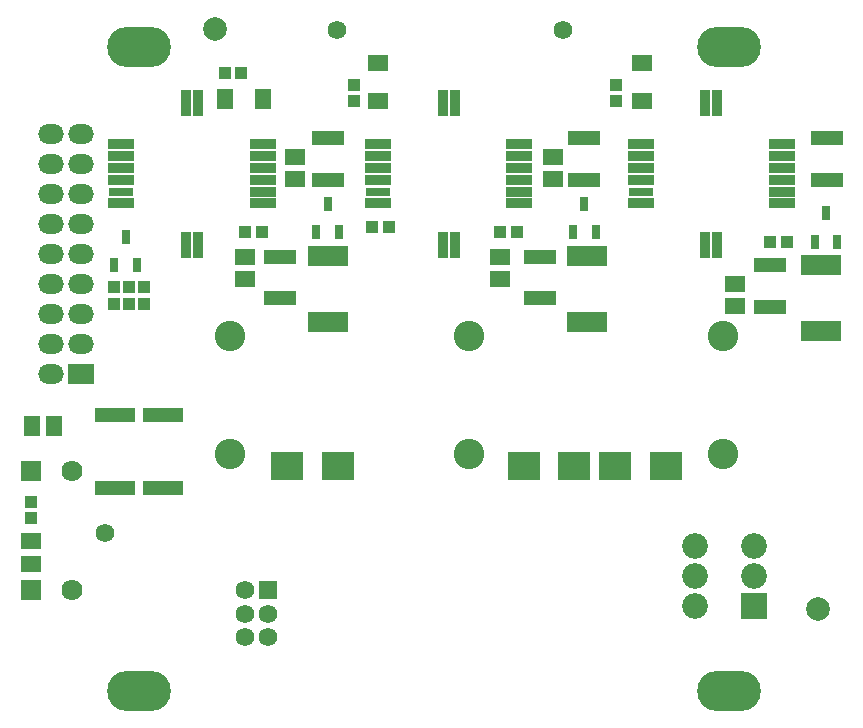
<source format=gts>
G04 Layer_Color=8388736*
%FSLAX44Y44*%
%MOMM*%
G71*
G01*
G75*
%ADD59R,1.6800X1.4800*%
%ADD60R,1.0300X1.0300*%
%ADD61R,0.8300X2.1800*%
%ADD62R,2.1800X0.8300*%
%ADD63R,2.1500X0.8000*%
%ADD64C,2.0000*%
%ADD65R,2.6800X2.4800*%
%ADD66R,0.7800X1.1800*%
%ADD67R,1.0300X1.0300*%
%ADD68R,3.4800X1.1800*%
%ADD69R,1.7800X1.3800*%
%ADD70R,2.7800X1.2800*%
%ADD71R,1.3800X1.7800*%
%ADD72R,3.3800X1.7800*%
%ADD73R,1.4800X1.6800*%
%ADD74C,1.5800*%
%ADD75R,2.1800X1.6800*%
%ADD76O,2.1800X1.6800*%
%ADD77C,2.5800*%
%ADD78C,2.1800*%
%ADD79R,2.1800X2.1800*%
%ADD80C,1.7800*%
%ADD81R,1.7800X1.7800*%
%ADD82O,5.4000X3.4000*%
%ADD83R,1.5800X1.5800*%
D59*
X-46000Y161500D02*
D03*
Y142500D02*
D03*
X396157Y487000D02*
D03*
Y468000D02*
D03*
X550000Y360500D02*
D03*
Y379500D02*
D03*
X351000Y383500D02*
D03*
Y402500D02*
D03*
X135500Y383500D02*
D03*
Y402500D02*
D03*
X177500Y487000D02*
D03*
Y468000D02*
D03*
D60*
X-46000Y195000D02*
D03*
Y181000D02*
D03*
X449000Y548000D02*
D03*
Y534000D02*
D03*
X227500Y548000D02*
D03*
Y534000D02*
D03*
X49500Y376500D02*
D03*
Y362500D02*
D03*
X24500Y376500D02*
D03*
Y362500D02*
D03*
X37000Y362500D02*
D03*
Y376500D02*
D03*
D61*
X525000Y532500D02*
D03*
X535000Y412500D02*
D03*
X525000D02*
D03*
X535000Y532500D02*
D03*
X312500D02*
D03*
X302500Y412500D02*
D03*
X312500D02*
D03*
X302500Y532500D02*
D03*
X85000Y532500D02*
D03*
X95000Y412500D02*
D03*
X85000D02*
D03*
X95000Y532500D02*
D03*
D62*
X470000Y497500D02*
D03*
Y487500D02*
D03*
Y477500D02*
D03*
Y467500D02*
D03*
Y447500D02*
D03*
X590000D02*
D03*
Y457500D02*
D03*
Y467500D02*
D03*
Y477500D02*
D03*
Y487500D02*
D03*
Y497500D02*
D03*
X367500D02*
D03*
Y487500D02*
D03*
Y477500D02*
D03*
Y467500D02*
D03*
Y457500D02*
D03*
Y447500D02*
D03*
X247500D02*
D03*
Y467500D02*
D03*
Y477500D02*
D03*
Y487500D02*
D03*
Y497500D02*
D03*
X30000Y497500D02*
D03*
Y487500D02*
D03*
Y477500D02*
D03*
Y467500D02*
D03*
Y447500D02*
D03*
X150000D02*
D03*
Y457500D02*
D03*
Y467500D02*
D03*
Y477500D02*
D03*
Y487500D02*
D03*
Y497500D02*
D03*
D63*
X470000Y457500D02*
D03*
X247500D02*
D03*
X30000Y457500D02*
D03*
D64*
X110000Y595000D02*
D03*
X620000Y104292D02*
D03*
D65*
X371000Y225000D02*
D03*
X414000D02*
D03*
X491500D02*
D03*
X448500D02*
D03*
X171000D02*
D03*
X214000D02*
D03*
D66*
X627000Y439000D02*
D03*
X636500Y415000D02*
D03*
X617500D02*
D03*
X422500Y447000D02*
D03*
X432000Y423000D02*
D03*
X413000D02*
D03*
X205000Y447000D02*
D03*
X214500Y423000D02*
D03*
X195500D02*
D03*
X34000Y419000D02*
D03*
X43500Y395000D02*
D03*
X24500D02*
D03*
D67*
X580000Y415000D02*
D03*
X594000D02*
D03*
X351000Y423000D02*
D03*
X365000D02*
D03*
X135500D02*
D03*
X149500D02*
D03*
X132000Y557500D02*
D03*
X118000D02*
D03*
X243000Y427600D02*
D03*
X257000D02*
D03*
D68*
X66059Y206500D02*
D03*
Y268500D02*
D03*
X25000D02*
D03*
Y206500D02*
D03*
D69*
X471000Y566000D02*
D03*
Y534000D02*
D03*
X247500Y566000D02*
D03*
Y534000D02*
D03*
D70*
X580000Y360000D02*
D03*
Y395000D02*
D03*
X627500Y502500D02*
D03*
Y467500D02*
D03*
X385000Y367500D02*
D03*
Y402500D02*
D03*
X165000Y367500D02*
D03*
Y402500D02*
D03*
X422500Y502500D02*
D03*
Y467500D02*
D03*
X205000D02*
D03*
Y502500D02*
D03*
D71*
X150000Y536000D02*
D03*
X118000D02*
D03*
D72*
X622500Y395500D02*
D03*
Y339500D02*
D03*
X425000Y403000D02*
D03*
Y347000D02*
D03*
X205000Y403000D02*
D03*
Y347000D02*
D03*
D73*
X-26500Y259000D02*
D03*
X-45500D02*
D03*
D74*
X213000Y594000D02*
D03*
X404000D02*
D03*
X17000Y168000D02*
D03*
X135000Y80000D02*
D03*
X155000D02*
D03*
X135000Y100000D02*
D03*
X155000D02*
D03*
X135000Y120000D02*
D03*
D75*
X-3700Y303400D02*
D03*
D76*
X-29100D02*
D03*
X-3700Y328800D02*
D03*
X-29100D02*
D03*
X-3700Y354200D02*
D03*
X-29100D02*
D03*
X-3700Y379600D02*
D03*
X-29100D02*
D03*
X-3700Y405000D02*
D03*
X-29100D02*
D03*
X-3700Y430400D02*
D03*
X-29100D02*
D03*
Y481200D02*
D03*
X-3700D02*
D03*
X-29100Y455800D02*
D03*
X-3700D02*
D03*
Y506600D02*
D03*
X-29100D02*
D03*
D77*
X540000Y235000D02*
D03*
Y335000D02*
D03*
X325000D02*
D03*
Y235000D02*
D03*
X122500D02*
D03*
Y335000D02*
D03*
D78*
X516000Y132400D02*
D03*
X566000D02*
D03*
X516000Y107000D02*
D03*
X566000Y157800D02*
D03*
X516000D02*
D03*
D79*
X566000Y107000D02*
D03*
D80*
X-11001Y120524D02*
D03*
Y220524D02*
D03*
D81*
X-46001Y120524D02*
D03*
Y220524D02*
D03*
D82*
X45000Y35000D02*
D03*
X545000D02*
D03*
Y580000D02*
D03*
X45000D02*
D03*
D83*
X155000Y120000D02*
D03*
M02*

</source>
